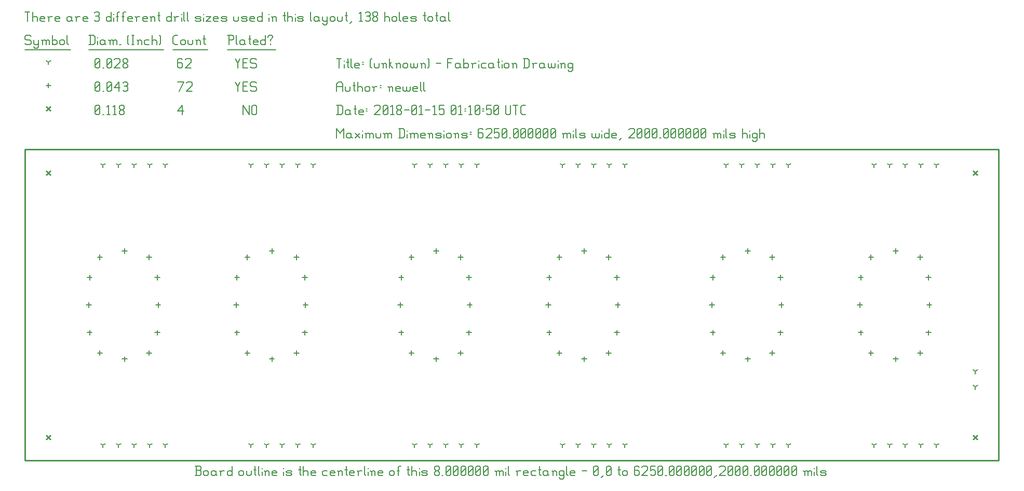
<source format=gbr>
G04 start of page 18 for group -1 layer_idx 16777221 *
G04 Title: (unknown), <virtual group> *
G04 Creator: pcb-rnd 1.2.7 *
G04 CreationDate: 2018-01-15 01:10:50 UTC *
G04 For: newell *
G04 Format: Gerber/RS-274X *
G04 PCB-Dimensions: 625000 200000 *
G04 PCB-Coordinate-Origin: lower left *
%MOIN*%
%FSLAX25Y25*%
%LNFAB*%
%ADD79C,0.0100*%
%ADD78C,0.0075*%
%ADD77C,0.0060*%
%ADD76C,0.0001*%
G54D76*G36*
X608800Y16766D02*X611766Y13800D01*
X611200Y13234D01*
X608234Y16200D01*
X608800Y16766D01*
G37*
G36*
X608234Y13800D02*X611200Y16766D01*
X611766Y16200D01*
X608800Y13234D01*
X608234Y13800D01*
G37*
G36*
X608800Y186766D02*X611766Y183800D01*
X611200Y183234D01*
X608234Y186200D01*
X608800Y186766D01*
G37*
G36*
X608234Y183800D02*X611200Y186766D01*
X611766Y186200D01*
X608800Y183234D01*
X608234Y183800D01*
G37*
G36*
X13800Y186766D02*X16766Y183800D01*
X16200Y183234D01*
X13234Y186200D01*
X13800Y186766D01*
G37*
G36*
X13234Y183800D02*X16200Y186766D01*
X16766Y186200D01*
X13800Y183234D01*
X13234Y183800D01*
G37*
G36*
X13800Y16766D02*X16766Y13800D01*
X16200Y13234D01*
X13234Y16200D01*
X13800Y16766D01*
G37*
G36*
X13234Y13800D02*X16200Y16766D01*
X16766Y16200D01*
X13800Y13234D01*
X13234Y13800D01*
G37*
G36*
X13800Y228016D02*X16766Y225050D01*
X16200Y224484D01*
X13234Y227450D01*
X13800Y228016D01*
G37*
G36*
X13234Y225050D02*X16200Y228016D01*
X16766Y227450D01*
X13800Y224484D01*
X13234Y225050D01*
G37*
G54D77*X140000Y228500D02*Y222500D01*
Y228500D02*X143750Y222500D01*
Y228500D02*Y222500D01*
X145550Y227750D02*Y223250D01*
Y227750D02*X146300Y228500D01*
X147800D01*
X148550Y227750D01*
Y223250D01*
X147800Y222500D02*X148550Y223250D01*
X146300Y222500D02*X147800D01*
X145550Y223250D02*X146300Y222500D01*
X98000Y224750D02*X101000Y228500D01*
X98000Y224750D02*X101750D01*
X101000Y228500D02*Y222500D01*
X45000Y223250D02*X45750Y222500D01*
X45000Y227750D02*Y223250D01*
Y227750D02*X45750Y228500D01*
X47250D01*
X48000Y227750D01*
Y223250D01*
X47250Y222500D02*X48000Y223250D01*
X45750Y222500D02*X47250D01*
X45000Y224000D02*X48000Y227000D01*
X49800Y222500D02*X50550D01*
X52350Y227300D02*X53550Y228500D01*
Y222500D01*
X52350D02*X54600D01*
X56400Y227300D02*X57600Y228500D01*
Y222500D01*
X56400D02*X58650D01*
X60450Y223250D02*X61200Y222500D01*
X60450Y224450D02*Y223250D01*
Y224450D02*X61500Y225500D01*
X62400D01*
X63450Y224450D01*
Y223250D01*
X62700Y222500D02*X63450Y223250D01*
X61200Y222500D02*X62700D01*
X60450Y226550D02*X61500Y225500D01*
X60450Y227750D02*Y226550D01*
Y227750D02*X61200Y228500D01*
X62700D01*
X63450Y227750D01*
Y226550D01*
X62400Y225500D02*X63450Y226550D01*
X579870Y83890D02*Y80690D01*
X578270Y82290D02*X581470D01*
X543010Y70830D02*Y67630D01*
X541410Y69230D02*X544610D01*
X536380Y83890D02*Y80690D01*
X534780Y82290D02*X537980D01*
X535880Y101600D02*Y98400D01*
X534280Y100000D02*X537480D01*
X536380Y119310D02*Y116110D01*
X534780Y117710D02*X537980D01*
X543010Y132370D02*Y129170D01*
X541410Y130770D02*X544610D01*
X558750Y136310D02*Y133110D01*
X557150Y134710D02*X560350D01*
X574490Y132370D02*Y129170D01*
X572890Y130770D02*X576090D01*
X579870Y119310D02*Y116110D01*
X578270Y117710D02*X581470D01*
X580370Y101600D02*Y98400D01*
X578770Y100000D02*X581970D01*
X574490Y70830D02*Y67630D01*
X572890Y69230D02*X576090D01*
X558750Y66890D02*Y63690D01*
X557150Y65290D02*X560350D01*
X484870Y83890D02*Y80690D01*
X483270Y82290D02*X486470D01*
X448010Y70830D02*Y67630D01*
X446410Y69230D02*X449610D01*
X441380Y83890D02*Y80690D01*
X439780Y82290D02*X442980D01*
X440880Y101600D02*Y98400D01*
X439280Y100000D02*X442480D01*
X441380Y119310D02*Y116110D01*
X439780Y117710D02*X442980D01*
X448010Y132370D02*Y129170D01*
X446410Y130770D02*X449610D01*
X463750Y136310D02*Y133110D01*
X462150Y134710D02*X465350D01*
X479490Y132370D02*Y129170D01*
X477890Y130770D02*X481090D01*
X484870Y119310D02*Y116110D01*
X483270Y117710D02*X486470D01*
X485370Y101600D02*Y98400D01*
X483770Y100000D02*X486970D01*
X479490Y70830D02*Y67630D01*
X477890Y69230D02*X481090D01*
X463750Y66890D02*Y63690D01*
X462150Y65290D02*X465350D01*
X379870Y83890D02*Y80690D01*
X378270Y82290D02*X381470D01*
X343010Y70830D02*Y67630D01*
X341410Y69230D02*X344610D01*
X336380Y83890D02*Y80690D01*
X334780Y82290D02*X337980D01*
X335880Y101600D02*Y98400D01*
X334280Y100000D02*X337480D01*
X336380Y119310D02*Y116110D01*
X334780Y117710D02*X337980D01*
X343010Y132370D02*Y129170D01*
X341410Y130770D02*X344610D01*
X358750Y136310D02*Y133110D01*
X357150Y134710D02*X360350D01*
X374490Y132370D02*Y129170D01*
X372890Y130770D02*X376090D01*
X379870Y119310D02*Y116110D01*
X378270Y117710D02*X381470D01*
X380370Y101600D02*Y98400D01*
X378770Y100000D02*X381970D01*
X374490Y70830D02*Y67630D01*
X372890Y69230D02*X376090D01*
X358750Y66890D02*Y63690D01*
X357150Y65290D02*X360350D01*
X284870Y83890D02*Y80690D01*
X283270Y82290D02*X286470D01*
X248010Y70830D02*Y67630D01*
X246410Y69230D02*X249610D01*
X241380Y83890D02*Y80690D01*
X239780Y82290D02*X242980D01*
X240880Y101600D02*Y98400D01*
X239280Y100000D02*X242480D01*
X241380Y119310D02*Y116110D01*
X239780Y117710D02*X242980D01*
X248010Y132370D02*Y129170D01*
X246410Y130770D02*X249610D01*
X263750Y136310D02*Y133110D01*
X262150Y134710D02*X265350D01*
X279490Y132370D02*Y129170D01*
X277890Y130770D02*X281090D01*
X284870Y119310D02*Y116110D01*
X283270Y117710D02*X286470D01*
X285370Y101600D02*Y98400D01*
X283770Y100000D02*X286970D01*
X279490Y70830D02*Y67630D01*
X277890Y69230D02*X281090D01*
X263750Y66890D02*Y63690D01*
X262150Y65290D02*X265350D01*
X179500Y83890D02*Y80690D01*
X177900Y82290D02*X181100D01*
X142640Y70830D02*Y67630D01*
X141040Y69230D02*X144240D01*
X136010Y83890D02*Y80690D01*
X134410Y82290D02*X137610D01*
X135510Y101600D02*Y98400D01*
X133910Y100000D02*X137110D01*
X136010Y119310D02*Y116110D01*
X134410Y117710D02*X137610D01*
X142640Y132370D02*Y129170D01*
X141040Y130770D02*X144240D01*
X158380Y136310D02*Y133110D01*
X156780Y134710D02*X159980D01*
X174120Y132370D02*Y129170D01*
X172520Y130770D02*X175720D01*
X179500Y119310D02*Y116110D01*
X177900Y117710D02*X181100D01*
X180000Y101600D02*Y98400D01*
X178400Y100000D02*X181600D01*
X174120Y70830D02*Y67630D01*
X172520Y69230D02*X175720D01*
X158380Y66890D02*Y63690D01*
X156780Y65290D02*X159980D01*
X84870Y83890D02*Y80690D01*
X83270Y82290D02*X86470D01*
X48010Y70830D02*Y67630D01*
X46410Y69230D02*X49610D01*
X41380Y83890D02*Y80690D01*
X39780Y82290D02*X42980D01*
X40880Y101600D02*Y98400D01*
X39280Y100000D02*X42480D01*
X41380Y119310D02*Y116110D01*
X39780Y117710D02*X42980D01*
X48010Y132370D02*Y129170D01*
X46410Y130770D02*X49610D01*
X63750Y136310D02*Y133110D01*
X62150Y134710D02*X65350D01*
X79490Y132370D02*Y129170D01*
X77890Y130770D02*X81090D01*
X84870Y119310D02*Y116110D01*
X83270Y117710D02*X86470D01*
X85370Y101600D02*Y98400D01*
X83770Y100000D02*X86970D01*
X79490Y70830D02*Y67630D01*
X77890Y69230D02*X81090D01*
X63750Y66890D02*Y63690D01*
X62150Y65290D02*X65350D01*
X15000Y242850D02*Y239650D01*
X13400Y241250D02*X16600D01*
X135000Y243500D02*X136500Y240500D01*
X138000Y243500D01*
X136500Y240500D02*Y237500D01*
X139800Y240800D02*X142050D01*
X139800Y237500D02*X142800D01*
X139800Y243500D02*Y237500D01*
Y243500D02*X142800D01*
X147600D02*X148350Y242750D01*
X145350Y243500D02*X147600D01*
X144600Y242750D02*X145350Y243500D01*
X144600Y242750D02*Y241250D01*
X145350Y240500D01*
X147600D01*
X148350Y239750D01*
Y238250D01*
X147600Y237500D02*X148350Y238250D01*
X145350Y237500D02*X147600D01*
X144600Y238250D02*X145350Y237500D01*
X98750D02*X101750Y243500D01*
X98000D02*X101750D01*
X103550Y242750D02*X104300Y243500D01*
X106550D01*
X107300Y242750D01*
Y241250D01*
X103550Y237500D02*X107300Y241250D01*
X103550Y237500D02*X107300D01*
X45000Y238250D02*X45750Y237500D01*
X45000Y242750D02*Y238250D01*
Y242750D02*X45750Y243500D01*
X47250D01*
X48000Y242750D01*
Y238250D01*
X47250Y237500D02*X48000Y238250D01*
X45750Y237500D02*X47250D01*
X45000Y239000D02*X48000Y242000D01*
X49800Y237500D02*X50550D01*
X52350Y238250D02*X53100Y237500D01*
X52350Y242750D02*Y238250D01*
Y242750D02*X53100Y243500D01*
X54600D01*
X55350Y242750D01*
Y238250D01*
X54600Y237500D02*X55350Y238250D01*
X53100Y237500D02*X54600D01*
X52350Y239000D02*X55350Y242000D01*
X57150Y239750D02*X60150Y243500D01*
X57150Y239750D02*X60900D01*
X60150Y243500D02*Y237500D01*
X62700Y242750D02*X63450Y243500D01*
X64950D01*
X65700Y242750D01*
X64950Y237500D02*X65700Y238250D01*
X63450Y237500D02*X64950D01*
X62700Y238250D02*X63450Y237500D01*
Y240800D02*X64950D01*
X65700Y242750D02*Y241550D01*
Y240050D02*Y238250D01*
Y240050D02*X64950Y240800D01*
X65700Y241550D02*X64950Y240800D01*
X545000Y10000D02*Y8400D01*
Y10000D02*X546387Y10800D01*
X545000Y10000D02*X543613Y10800D01*
X555000Y10000D02*Y8400D01*
Y10000D02*X556387Y10800D01*
X555000Y10000D02*X553613Y10800D01*
X565000Y10000D02*Y8400D01*
Y10000D02*X566387Y10800D01*
X565000Y10000D02*X563613Y10800D01*
X575000Y10000D02*Y8400D01*
Y10000D02*X576387Y10800D01*
X575000Y10000D02*X573613Y10800D01*
X585000Y10000D02*Y8400D01*
Y10000D02*X586387Y10800D01*
X585000Y10000D02*X583613Y10800D01*
X545000Y190000D02*Y188400D01*
Y190000D02*X546387Y190800D01*
X545000Y190000D02*X543613Y190800D01*
X555000Y190000D02*Y188400D01*
Y190000D02*X556387Y190800D01*
X555000Y190000D02*X553613Y190800D01*
X565000Y190000D02*Y188400D01*
Y190000D02*X566387Y190800D01*
X565000Y190000D02*X563613Y190800D01*
X575000Y190000D02*Y188400D01*
Y190000D02*X576387Y190800D01*
X575000Y190000D02*X573613Y190800D01*
X585000Y190000D02*Y188400D01*
Y190000D02*X586387Y190800D01*
X585000Y190000D02*X583613Y190800D01*
X450000Y10000D02*Y8400D01*
Y10000D02*X451387Y10800D01*
X450000Y10000D02*X448613Y10800D01*
X460000Y10000D02*Y8400D01*
Y10000D02*X461387Y10800D01*
X460000Y10000D02*X458613Y10800D01*
X470000Y10000D02*Y8400D01*
Y10000D02*X471387Y10800D01*
X470000Y10000D02*X468613Y10800D01*
X480000Y10000D02*Y8400D01*
Y10000D02*X481387Y10800D01*
X480000Y10000D02*X478613Y10800D01*
X490000Y10000D02*Y8400D01*
Y10000D02*X491387Y10800D01*
X490000Y10000D02*X488613Y10800D01*
X450000Y190000D02*Y188400D01*
Y190000D02*X451387Y190800D01*
X450000Y190000D02*X448613Y190800D01*
X460000Y190000D02*Y188400D01*
Y190000D02*X461387Y190800D01*
X460000Y190000D02*X458613Y190800D01*
X470000Y190000D02*Y188400D01*
Y190000D02*X471387Y190800D01*
X470000Y190000D02*X468613Y190800D01*
X480000Y190000D02*Y188400D01*
Y190000D02*X481387Y190800D01*
X480000Y190000D02*X478613Y190800D01*
X490000Y190000D02*Y188400D01*
Y190000D02*X491387Y190800D01*
X490000Y190000D02*X488613Y190800D01*
X345000Y10000D02*Y8400D01*
Y10000D02*X346387Y10800D01*
X345000Y10000D02*X343613Y10800D01*
X355000Y10000D02*Y8400D01*
Y10000D02*X356387Y10800D01*
X355000Y10000D02*X353613Y10800D01*
X365000Y10000D02*Y8400D01*
Y10000D02*X366387Y10800D01*
X365000Y10000D02*X363613Y10800D01*
X375000Y10000D02*Y8400D01*
Y10000D02*X376387Y10800D01*
X375000Y10000D02*X373613Y10800D01*
X385000Y10000D02*Y8400D01*
Y10000D02*X386387Y10800D01*
X385000Y10000D02*X383613Y10800D01*
X345000Y190000D02*Y188400D01*
Y190000D02*X346387Y190800D01*
X345000Y190000D02*X343613Y190800D01*
X355000Y190000D02*Y188400D01*
Y190000D02*X356387Y190800D01*
X355000Y190000D02*X353613Y190800D01*
X365000Y190000D02*Y188400D01*
Y190000D02*X366387Y190800D01*
X365000Y190000D02*X363613Y190800D01*
X375000Y190000D02*Y188400D01*
Y190000D02*X376387Y190800D01*
X375000Y190000D02*X373613Y190800D01*
X385000Y190000D02*Y188400D01*
Y190000D02*X386387Y190800D01*
X385000Y190000D02*X383613Y190800D01*
X250000Y10000D02*Y8400D01*
Y10000D02*X251387Y10800D01*
X250000Y10000D02*X248613Y10800D01*
X260000Y10000D02*Y8400D01*
Y10000D02*X261387Y10800D01*
X260000Y10000D02*X258613Y10800D01*
X270000Y10000D02*Y8400D01*
Y10000D02*X271387Y10800D01*
X270000Y10000D02*X268613Y10800D01*
X280000Y10000D02*Y8400D01*
Y10000D02*X281387Y10800D01*
X280000Y10000D02*X278613Y10800D01*
X290000Y10000D02*Y8400D01*
Y10000D02*X291387Y10800D01*
X290000Y10000D02*X288613Y10800D01*
X250000Y190000D02*Y188400D01*
Y190000D02*X251387Y190800D01*
X250000Y190000D02*X248613Y190800D01*
X260000Y190000D02*Y188400D01*
Y190000D02*X261387Y190800D01*
X260000Y190000D02*X258613Y190800D01*
X270000Y190000D02*Y188400D01*
Y190000D02*X271387Y190800D01*
X270000Y190000D02*X268613Y190800D01*
X280000Y190000D02*Y188400D01*
Y190000D02*X281387Y190800D01*
X280000Y190000D02*X278613Y190800D01*
X290000Y190000D02*Y188400D01*
Y190000D02*X291387Y190800D01*
X290000Y190000D02*X288613Y190800D01*
X145000Y10000D02*Y8400D01*
Y10000D02*X146387Y10800D01*
X145000Y10000D02*X143613Y10800D01*
X155000Y10000D02*Y8400D01*
Y10000D02*X156387Y10800D01*
X155000Y10000D02*X153613Y10800D01*
X165000Y10000D02*Y8400D01*
Y10000D02*X166387Y10800D01*
X165000Y10000D02*X163613Y10800D01*
X175000Y10000D02*Y8400D01*
Y10000D02*X176387Y10800D01*
X175000Y10000D02*X173613Y10800D01*
X185000Y10000D02*Y8400D01*
Y10000D02*X186387Y10800D01*
X185000Y10000D02*X183613Y10800D01*
X145000Y190000D02*Y188400D01*
Y190000D02*X146387Y190800D01*
X145000Y190000D02*X143613Y190800D01*
X155000Y190000D02*Y188400D01*
Y190000D02*X156387Y190800D01*
X155000Y190000D02*X153613Y190800D01*
X165000Y190000D02*Y188400D01*
Y190000D02*X166387Y190800D01*
X165000Y190000D02*X163613Y190800D01*
X175000Y190000D02*Y188400D01*
Y190000D02*X176387Y190800D01*
X175000Y190000D02*X173613Y190800D01*
X185000Y190000D02*Y188400D01*
Y190000D02*X186387Y190800D01*
X185000Y190000D02*X183613Y190800D01*
X610000Y47500D02*Y45900D01*
Y47500D02*X611387Y48300D01*
X610000Y47500D02*X608613Y48300D01*
X610000Y57500D02*Y55900D01*
Y57500D02*X611387Y58300D01*
X610000Y57500D02*X608613Y58300D01*
X50000Y10000D02*Y8400D01*
Y10000D02*X51387Y10800D01*
X50000Y10000D02*X48613Y10800D01*
X60000Y10000D02*Y8400D01*
Y10000D02*X61387Y10800D01*
X60000Y10000D02*X58613Y10800D01*
X70000Y10000D02*Y8400D01*
Y10000D02*X71387Y10800D01*
X70000Y10000D02*X68613Y10800D01*
X80000Y10000D02*Y8400D01*
Y10000D02*X81387Y10800D01*
X80000Y10000D02*X78613Y10800D01*
X90000Y10000D02*Y8400D01*
Y10000D02*X91387Y10800D01*
X90000Y10000D02*X88613Y10800D01*
X50000Y190000D02*Y188400D01*
Y190000D02*X51387Y190800D01*
X50000Y190000D02*X48613Y190800D01*
X60000Y190000D02*Y188400D01*
Y190000D02*X61387Y190800D01*
X60000Y190000D02*X58613Y190800D01*
X70000Y190000D02*Y188400D01*
Y190000D02*X71387Y190800D01*
X70000Y190000D02*X68613Y190800D01*
X80000Y190000D02*Y188400D01*
Y190000D02*X81387Y190800D01*
X80000Y190000D02*X78613Y190800D01*
X90000Y190000D02*Y188400D01*
Y190000D02*X91387Y190800D01*
X90000Y190000D02*X88613Y190800D01*
X15000Y256250D02*Y254650D01*
Y256250D02*X16387Y257050D01*
X15000Y256250D02*X13613Y257050D01*
X135000Y258500D02*X136500Y255500D01*
X138000Y258500D01*
X136500Y255500D02*Y252500D01*
X139800Y255800D02*X142050D01*
X139800Y252500D02*X142800D01*
X139800Y258500D02*Y252500D01*
Y258500D02*X142800D01*
X147600D02*X148350Y257750D01*
X145350Y258500D02*X147600D01*
X144600Y257750D02*X145350Y258500D01*
X144600Y257750D02*Y256250D01*
X145350Y255500D01*
X147600D01*
X148350Y254750D01*
Y253250D01*
X147600Y252500D02*X148350Y253250D01*
X145350Y252500D02*X147600D01*
X144600Y253250D02*X145350Y252500D01*
X100250Y258500D02*X101000Y257750D01*
X98750Y258500D02*X100250D01*
X98000Y257750D02*X98750Y258500D01*
X98000Y257750D02*Y253250D01*
X98750Y252500D01*
X100250Y255800D02*X101000Y255050D01*
X98000Y255800D02*X100250D01*
X98750Y252500D02*X100250D01*
X101000Y253250D01*
Y255050D02*Y253250D01*
X102800Y257750D02*X103550Y258500D01*
X105800D01*
X106550Y257750D01*
Y256250D01*
X102800Y252500D02*X106550Y256250D01*
X102800Y252500D02*X106550D01*
X45000Y253250D02*X45750Y252500D01*
X45000Y257750D02*Y253250D01*
Y257750D02*X45750Y258500D01*
X47250D01*
X48000Y257750D01*
Y253250D01*
X47250Y252500D02*X48000Y253250D01*
X45750Y252500D02*X47250D01*
X45000Y254000D02*X48000Y257000D01*
X49800Y252500D02*X50550D01*
X52350Y253250D02*X53100Y252500D01*
X52350Y257750D02*Y253250D01*
Y257750D02*X53100Y258500D01*
X54600D01*
X55350Y257750D01*
Y253250D01*
X54600Y252500D02*X55350Y253250D01*
X53100Y252500D02*X54600D01*
X52350Y254000D02*X55350Y257000D01*
X57150Y257750D02*X57900Y258500D01*
X60150D01*
X60900Y257750D01*
Y256250D01*
X57150Y252500D02*X60900Y256250D01*
X57150Y252500D02*X60900D01*
X62700Y253250D02*X63450Y252500D01*
X62700Y254450D02*Y253250D01*
Y254450D02*X63750Y255500D01*
X64650D01*
X65700Y254450D01*
Y253250D01*
X64950Y252500D02*X65700Y253250D01*
X63450Y252500D02*X64950D01*
X62700Y256550D02*X63750Y255500D01*
X62700Y257750D02*Y256550D01*
Y257750D02*X63450Y258500D01*
X64950D01*
X65700Y257750D01*
Y256550D01*
X64650Y255500D02*X65700Y256550D01*
X3000Y273500D02*X3750Y272750D01*
X750Y273500D02*X3000D01*
X0Y272750D02*X750Y273500D01*
X0Y272750D02*Y271250D01*
X750Y270500D01*
X3000D01*
X3750Y269750D01*
Y268250D01*
X3000Y267500D02*X3750Y268250D01*
X750Y267500D02*X3000D01*
X0Y268250D02*X750Y267500D01*
X5550Y270500D02*Y268250D01*
X6300Y267500D01*
X8550Y270500D02*Y266000D01*
X7800Y265250D02*X8550Y266000D01*
X6300Y265250D02*X7800D01*
X5550Y266000D02*X6300Y265250D01*
Y267500D02*X7800D01*
X8550Y268250D01*
X11100Y269750D02*Y267500D01*
Y269750D02*X11850Y270500D01*
X12600D01*
X13350Y269750D01*
Y267500D01*
Y269750D02*X14100Y270500D01*
X14850D01*
X15600Y269750D01*
Y267500D01*
X10350Y270500D02*X11100Y269750D01*
X17400Y273500D02*Y267500D01*
Y268250D02*X18150Y267500D01*
X19650D01*
X20400Y268250D01*
Y269750D02*Y268250D01*
X19650Y270500D02*X20400Y269750D01*
X18150Y270500D02*X19650D01*
X17400Y269750D02*X18150Y270500D01*
X22200Y269750D02*Y268250D01*
Y269750D02*X22950Y270500D01*
X24450D01*
X25200Y269750D01*
Y268250D01*
X24450Y267500D02*X25200Y268250D01*
X22950Y267500D02*X24450D01*
X22200Y268250D02*X22950Y267500D01*
X27000Y273500D02*Y268250D01*
X27750Y267500D01*
X0Y264250D02*X29250D01*
X41750Y273500D02*Y267500D01*
X43700Y273500D02*X44750Y272450D01*
Y268550D01*
X43700Y267500D02*X44750Y268550D01*
X41000Y267500D02*X43700D01*
X41000Y273500D02*X43700D01*
G54D78*X46550Y272000D02*Y271850D01*
G54D77*Y269750D02*Y267500D01*
X50300Y270500D02*X51050Y269750D01*
X48800Y270500D02*X50300D01*
X48050Y269750D02*X48800Y270500D01*
X48050Y269750D02*Y268250D01*
X48800Y267500D01*
X51050Y270500D02*Y268250D01*
X51800Y267500D01*
X48800D02*X50300D01*
X51050Y268250D01*
X54350Y269750D02*Y267500D01*
Y269750D02*X55100Y270500D01*
X55850D01*
X56600Y269750D01*
Y267500D01*
Y269750D02*X57350Y270500D01*
X58100D01*
X58850Y269750D01*
Y267500D01*
X53600Y270500D02*X54350Y269750D01*
X60650Y267500D02*X61400D01*
X65900Y268250D02*X66650Y267500D01*
X65900Y272750D02*X66650Y273500D01*
X65900Y272750D02*Y268250D01*
X68450Y273500D02*X69950D01*
X69200D02*Y267500D01*
X68450D02*X69950D01*
X72500Y269750D02*Y267500D01*
Y269750D02*X73250Y270500D01*
X74000D01*
X74750Y269750D01*
Y267500D01*
X71750Y270500D02*X72500Y269750D01*
X77300Y270500D02*X79550D01*
X76550Y269750D02*X77300Y270500D01*
X76550Y269750D02*Y268250D01*
X77300Y267500D01*
X79550D01*
X81350Y273500D02*Y267500D01*
Y269750D02*X82100Y270500D01*
X83600D01*
X84350Y269750D01*
Y267500D01*
X86150Y273500D02*X86900Y272750D01*
Y268250D01*
X86150Y267500D02*X86900Y268250D01*
X41000Y264250D02*X88700D01*
X96050Y267500D02*X98000D01*
X95000Y268550D02*X96050Y267500D01*
X95000Y272450D02*Y268550D01*
Y272450D02*X96050Y273500D01*
X98000D01*
X99800Y269750D02*Y268250D01*
Y269750D02*X100550Y270500D01*
X102050D01*
X102800Y269750D01*
Y268250D01*
X102050Y267500D02*X102800Y268250D01*
X100550Y267500D02*X102050D01*
X99800Y268250D02*X100550Y267500D01*
X104600Y270500D02*Y268250D01*
X105350Y267500D01*
X106850D01*
X107600Y268250D01*
Y270500D02*Y268250D01*
X110150Y269750D02*Y267500D01*
Y269750D02*X110900Y270500D01*
X111650D01*
X112400Y269750D01*
Y267500D01*
X109400Y270500D02*X110150Y269750D01*
X114950Y273500D02*Y268250D01*
X115700Y267500D01*
X114200Y271250D02*X115700D01*
X95000Y264250D02*X117200D01*
X130750Y273500D02*Y267500D01*
X130000Y273500D02*X133000D01*
X133750Y272750D01*
Y271250D01*
X133000Y270500D02*X133750Y271250D01*
X130750Y270500D02*X133000D01*
X135550Y273500D02*Y268250D01*
X136300Y267500D01*
X140050Y270500D02*X140800Y269750D01*
X138550Y270500D02*X140050D01*
X137800Y269750D02*X138550Y270500D01*
X137800Y269750D02*Y268250D01*
X138550Y267500D01*
X140800Y270500D02*Y268250D01*
X141550Y267500D01*
X138550D02*X140050D01*
X140800Y268250D01*
X144100Y273500D02*Y268250D01*
X144850Y267500D01*
X143350Y271250D02*X144850D01*
X147100Y267500D02*X149350D01*
X146350Y268250D02*X147100Y267500D01*
X146350Y269750D02*Y268250D01*
Y269750D02*X147100Y270500D01*
X148600D01*
X149350Y269750D01*
X146350Y269000D02*X149350D01*
Y269750D02*Y269000D01*
X154150Y273500D02*Y267500D01*
X153400D02*X154150Y268250D01*
X151900Y267500D02*X153400D01*
X151150Y268250D02*X151900Y267500D01*
X151150Y269750D02*Y268250D01*
Y269750D02*X151900Y270500D01*
X153400D01*
X154150Y269750D01*
X157450Y270500D02*Y269750D01*
Y268250D02*Y267500D01*
X155950Y272750D02*Y272000D01*
Y272750D02*X156700Y273500D01*
X158200D01*
X158950Y272750D01*
Y272000D01*
X157450Y270500D02*X158950Y272000D01*
X130000Y264250D02*X160750D01*
X0Y288500D02*X3000D01*
X1500D02*Y282500D01*
X4800Y288500D02*Y282500D01*
Y284750D02*X5550Y285500D01*
X7050D01*
X7800Y284750D01*
Y282500D01*
X10350D02*X12600D01*
X9600Y283250D02*X10350Y282500D01*
X9600Y284750D02*Y283250D01*
Y284750D02*X10350Y285500D01*
X11850D01*
X12600Y284750D01*
X9600Y284000D02*X12600D01*
Y284750D02*Y284000D01*
X15150Y284750D02*Y282500D01*
Y284750D02*X15900Y285500D01*
X17400D01*
X14400D02*X15150Y284750D01*
X19950Y282500D02*X22200D01*
X19200Y283250D02*X19950Y282500D01*
X19200Y284750D02*Y283250D01*
Y284750D02*X19950Y285500D01*
X21450D01*
X22200Y284750D01*
X19200Y284000D02*X22200D01*
Y284750D02*Y284000D01*
X28950Y285500D02*X29700Y284750D01*
X27450Y285500D02*X28950D01*
X26700Y284750D02*X27450Y285500D01*
X26700Y284750D02*Y283250D01*
X27450Y282500D01*
X29700Y285500D02*Y283250D01*
X30450Y282500D01*
X27450D02*X28950D01*
X29700Y283250D01*
X33000Y284750D02*Y282500D01*
Y284750D02*X33750Y285500D01*
X35250D01*
X32250D02*X33000Y284750D01*
X37800Y282500D02*X40050D01*
X37050Y283250D02*X37800Y282500D01*
X37050Y284750D02*Y283250D01*
Y284750D02*X37800Y285500D01*
X39300D01*
X40050Y284750D01*
X37050Y284000D02*X40050D01*
Y284750D02*Y284000D01*
X44550Y287750D02*X45300Y288500D01*
X46800D01*
X47550Y287750D01*
X46800Y282500D02*X47550Y283250D01*
X45300Y282500D02*X46800D01*
X44550Y283250D02*X45300Y282500D01*
Y285800D02*X46800D01*
X47550Y287750D02*Y286550D01*
Y285050D02*Y283250D01*
Y285050D02*X46800Y285800D01*
X47550Y286550D02*X46800Y285800D01*
X55050Y288500D02*Y282500D01*
X54300D02*X55050Y283250D01*
X52800Y282500D02*X54300D01*
X52050Y283250D02*X52800Y282500D01*
X52050Y284750D02*Y283250D01*
Y284750D02*X52800Y285500D01*
X54300D01*
X55050Y284750D01*
G54D78*X56850Y287000D02*Y286850D01*
G54D77*Y284750D02*Y282500D01*
X59100Y287750D02*Y282500D01*
Y287750D02*X59850Y288500D01*
X60600D01*
X58350Y285500D02*X59850D01*
X62850Y287750D02*Y282500D01*
Y287750D02*X63600Y288500D01*
X64350D01*
X62100Y285500D02*X63600D01*
X66600Y282500D02*X68850D01*
X65850Y283250D02*X66600Y282500D01*
X65850Y284750D02*Y283250D01*
Y284750D02*X66600Y285500D01*
X68100D01*
X68850Y284750D01*
X65850Y284000D02*X68850D01*
Y284750D02*Y284000D01*
X71400Y284750D02*Y282500D01*
Y284750D02*X72150Y285500D01*
X73650D01*
X70650D02*X71400Y284750D01*
X76200Y282500D02*X78450D01*
X75450Y283250D02*X76200Y282500D01*
X75450Y284750D02*Y283250D01*
Y284750D02*X76200Y285500D01*
X77700D01*
X78450Y284750D01*
X75450Y284000D02*X78450D01*
Y284750D02*Y284000D01*
X81000Y284750D02*Y282500D01*
Y284750D02*X81750Y285500D01*
X82500D01*
X83250Y284750D01*
Y282500D01*
X80250Y285500D02*X81000Y284750D01*
X85800Y288500D02*Y283250D01*
X86550Y282500D01*
X85050Y286250D02*X86550D01*
X93750Y288500D02*Y282500D01*
X93000D02*X93750Y283250D01*
X91500Y282500D02*X93000D01*
X90750Y283250D02*X91500Y282500D01*
X90750Y284750D02*Y283250D01*
Y284750D02*X91500Y285500D01*
X93000D01*
X93750Y284750D01*
X96300D02*Y282500D01*
Y284750D02*X97050Y285500D01*
X98550D01*
X95550D02*X96300Y284750D01*
G54D78*X100350Y287000D02*Y286850D01*
G54D77*Y284750D02*Y282500D01*
X101850Y288500D02*Y283250D01*
X102600Y282500D01*
X104100Y288500D02*Y283250D01*
X104850Y282500D01*
X109800D02*X112050D01*
X112800Y283250D01*
X112050Y284000D02*X112800Y283250D01*
X109800Y284000D02*X112050D01*
X109050Y284750D02*X109800Y284000D01*
X109050Y284750D02*X109800Y285500D01*
X112050D01*
X112800Y284750D01*
X109050Y283250D02*X109800Y282500D01*
G54D78*X114600Y287000D02*Y286850D01*
G54D77*Y284750D02*Y282500D01*
X116100Y285500D02*X119100D01*
X116100Y282500D02*X119100Y285500D01*
X116100Y282500D02*X119100D01*
X121650D02*X123900D01*
X120900Y283250D02*X121650Y282500D01*
X120900Y284750D02*Y283250D01*
Y284750D02*X121650Y285500D01*
X123150D01*
X123900Y284750D01*
X120900Y284000D02*X123900D01*
Y284750D02*Y284000D01*
X126450Y282500D02*X128700D01*
X129450Y283250D01*
X128700Y284000D02*X129450Y283250D01*
X126450Y284000D02*X128700D01*
X125700Y284750D02*X126450Y284000D01*
X125700Y284750D02*X126450Y285500D01*
X128700D01*
X129450Y284750D01*
X125700Y283250D02*X126450Y282500D01*
X133950Y285500D02*Y283250D01*
X134700Y282500D01*
X136200D01*
X136950Y283250D01*
Y285500D02*Y283250D01*
X139500Y282500D02*X141750D01*
X142500Y283250D01*
X141750Y284000D02*X142500Y283250D01*
X139500Y284000D02*X141750D01*
X138750Y284750D02*X139500Y284000D01*
X138750Y284750D02*X139500Y285500D01*
X141750D01*
X142500Y284750D01*
X138750Y283250D02*X139500Y282500D01*
X145050D02*X147300D01*
X144300Y283250D02*X145050Y282500D01*
X144300Y284750D02*Y283250D01*
Y284750D02*X145050Y285500D01*
X146550D01*
X147300Y284750D01*
X144300Y284000D02*X147300D01*
Y284750D02*Y284000D01*
X152100Y288500D02*Y282500D01*
X151350D02*X152100Y283250D01*
X149850Y282500D02*X151350D01*
X149100Y283250D02*X149850Y282500D01*
X149100Y284750D02*Y283250D01*
Y284750D02*X149850Y285500D01*
X151350D01*
X152100Y284750D01*
G54D78*X156600Y287000D02*Y286850D01*
G54D77*Y284750D02*Y282500D01*
X158850Y284750D02*Y282500D01*
Y284750D02*X159600Y285500D01*
X160350D01*
X161100Y284750D01*
Y282500D01*
X158100Y285500D02*X158850Y284750D01*
X166350Y288500D02*Y283250D01*
X167100Y282500D01*
X165600Y286250D02*X167100D01*
X168600Y288500D02*Y282500D01*
Y284750D02*X169350Y285500D01*
X170850D01*
X171600Y284750D01*
Y282500D01*
G54D78*X173400Y287000D02*Y286850D01*
G54D77*Y284750D02*Y282500D01*
X175650D02*X177900D01*
X178650Y283250D01*
X177900Y284000D02*X178650Y283250D01*
X175650Y284000D02*X177900D01*
X174900Y284750D02*X175650Y284000D01*
X174900Y284750D02*X175650Y285500D01*
X177900D01*
X178650Y284750D01*
X174900Y283250D02*X175650Y282500D01*
X183150Y288500D02*Y283250D01*
X183900Y282500D01*
X187650Y285500D02*X188400Y284750D01*
X186150Y285500D02*X187650D01*
X185400Y284750D02*X186150Y285500D01*
X185400Y284750D02*Y283250D01*
X186150Y282500D01*
X188400Y285500D02*Y283250D01*
X189150Y282500D01*
X186150D02*X187650D01*
X188400Y283250D01*
X190950Y285500D02*Y283250D01*
X191700Y282500D01*
X193950Y285500D02*Y281000D01*
X193200Y280250D02*X193950Y281000D01*
X191700Y280250D02*X193200D01*
X190950Y281000D02*X191700Y280250D01*
Y282500D02*X193200D01*
X193950Y283250D01*
X195750Y284750D02*Y283250D01*
Y284750D02*X196500Y285500D01*
X198000D01*
X198750Y284750D01*
Y283250D01*
X198000Y282500D02*X198750Y283250D01*
X196500Y282500D02*X198000D01*
X195750Y283250D02*X196500Y282500D01*
X200550Y285500D02*Y283250D01*
X201300Y282500D01*
X202800D01*
X203550Y283250D01*
Y285500D02*Y283250D01*
X206100Y288500D02*Y283250D01*
X206850Y282500D01*
X205350Y286250D02*X206850D01*
X208350Y281000D02*X209850Y282500D01*
X214350Y287300D02*X215550Y288500D01*
Y282500D01*
X214350D02*X216600D01*
X218400Y287750D02*X219150Y288500D01*
X220650D01*
X221400Y287750D01*
X220650Y282500D02*X221400Y283250D01*
X219150Y282500D02*X220650D01*
X218400Y283250D02*X219150Y282500D01*
Y285800D02*X220650D01*
X221400Y287750D02*Y286550D01*
Y285050D02*Y283250D01*
Y285050D02*X220650Y285800D01*
X221400Y286550D02*X220650Y285800D01*
X223200Y283250D02*X223950Y282500D01*
X223200Y284450D02*Y283250D01*
Y284450D02*X224250Y285500D01*
X225150D01*
X226200Y284450D01*
Y283250D01*
X225450Y282500D02*X226200Y283250D01*
X223950Y282500D02*X225450D01*
X223200Y286550D02*X224250Y285500D01*
X223200Y287750D02*Y286550D01*
Y287750D02*X223950Y288500D01*
X225450D01*
X226200Y287750D01*
Y286550D01*
X225150Y285500D02*X226200Y286550D01*
X230700Y288500D02*Y282500D01*
Y284750D02*X231450Y285500D01*
X232950D01*
X233700Y284750D01*
Y282500D01*
X235500Y284750D02*Y283250D01*
Y284750D02*X236250Y285500D01*
X237750D01*
X238500Y284750D01*
Y283250D01*
X237750Y282500D02*X238500Y283250D01*
X236250Y282500D02*X237750D01*
X235500Y283250D02*X236250Y282500D01*
X240300Y288500D02*Y283250D01*
X241050Y282500D01*
X243300D02*X245550D01*
X242550Y283250D02*X243300Y282500D01*
X242550Y284750D02*Y283250D01*
Y284750D02*X243300Y285500D01*
X244800D01*
X245550Y284750D01*
X242550Y284000D02*X245550D01*
Y284750D02*Y284000D01*
X248100Y282500D02*X250350D01*
X251100Y283250D01*
X250350Y284000D02*X251100Y283250D01*
X248100Y284000D02*X250350D01*
X247350Y284750D02*X248100Y284000D01*
X247350Y284750D02*X248100Y285500D01*
X250350D01*
X251100Y284750D01*
X247350Y283250D02*X248100Y282500D01*
X256350Y288500D02*Y283250D01*
X257100Y282500D01*
X255600Y286250D02*X257100D01*
X258600Y284750D02*Y283250D01*
Y284750D02*X259350Y285500D01*
X260850D01*
X261600Y284750D01*
Y283250D01*
X260850Y282500D02*X261600Y283250D01*
X259350Y282500D02*X260850D01*
X258600Y283250D02*X259350Y282500D01*
X264150Y288500D02*Y283250D01*
X264900Y282500D01*
X263400Y286250D02*X264900D01*
X268650Y285500D02*X269400Y284750D01*
X267150Y285500D02*X268650D01*
X266400Y284750D02*X267150Y285500D01*
X266400Y284750D02*Y283250D01*
X267150Y282500D01*
X269400Y285500D02*Y283250D01*
X270150Y282500D01*
X267150D02*X268650D01*
X269400Y283250D01*
X271950Y288500D02*Y283250D01*
X272700Y282500D01*
G54D79*X0Y200000D02*X625000D01*
X0D02*Y0D01*
X625000Y200000D02*Y0D01*
X0D02*X625000D01*
G54D77*X200000Y213500D02*Y207500D01*
Y213500D02*X202250Y210500D01*
X204500Y213500D01*
Y207500D01*
X208550Y210500D02*X209300Y209750D01*
X207050Y210500D02*X208550D01*
X206300Y209750D02*X207050Y210500D01*
X206300Y209750D02*Y208250D01*
X207050Y207500D01*
X209300Y210500D02*Y208250D01*
X210050Y207500D01*
X207050D02*X208550D01*
X209300Y208250D01*
X211850Y210500D02*X214850Y207500D01*
X211850D02*X214850Y210500D01*
G54D78*X216650Y212000D02*Y211850D01*
G54D77*Y209750D02*Y207500D01*
X218900Y209750D02*Y207500D01*
Y209750D02*X219650Y210500D01*
X220400D01*
X221150Y209750D01*
Y207500D01*
Y209750D02*X221900Y210500D01*
X222650D01*
X223400Y209750D01*
Y207500D01*
X218150Y210500D02*X218900Y209750D01*
X225200Y210500D02*Y208250D01*
X225950Y207500D01*
X227450D01*
X228200Y208250D01*
Y210500D02*Y208250D01*
X230750Y209750D02*Y207500D01*
Y209750D02*X231500Y210500D01*
X232250D01*
X233000Y209750D01*
Y207500D01*
Y209750D02*X233750Y210500D01*
X234500D01*
X235250Y209750D01*
Y207500D01*
X230000Y210500D02*X230750Y209750D01*
X240500Y213500D02*Y207500D01*
X242450Y213500D02*X243500Y212450D01*
Y208550D01*
X242450Y207500D02*X243500Y208550D01*
X239750Y207500D02*X242450D01*
X239750Y213500D02*X242450D01*
G54D78*X245300Y212000D02*Y211850D01*
G54D77*Y209750D02*Y207500D01*
X247550Y209750D02*Y207500D01*
Y209750D02*X248300Y210500D01*
X249050D01*
X249800Y209750D01*
Y207500D01*
Y209750D02*X250550Y210500D01*
X251300D01*
X252050Y209750D01*
Y207500D01*
X246800Y210500D02*X247550Y209750D01*
X254600Y207500D02*X256850D01*
X253850Y208250D02*X254600Y207500D01*
X253850Y209750D02*Y208250D01*
Y209750D02*X254600Y210500D01*
X256100D01*
X256850Y209750D01*
X253850Y209000D02*X256850D01*
Y209750D02*Y209000D01*
X259400Y209750D02*Y207500D01*
Y209750D02*X260150Y210500D01*
X260900D01*
X261650Y209750D01*
Y207500D01*
X258650Y210500D02*X259400Y209750D01*
X264200Y207500D02*X266450D01*
X267200Y208250D01*
X266450Y209000D02*X267200Y208250D01*
X264200Y209000D02*X266450D01*
X263450Y209750D02*X264200Y209000D01*
X263450Y209750D02*X264200Y210500D01*
X266450D01*
X267200Y209750D01*
X263450Y208250D02*X264200Y207500D01*
G54D78*X269000Y212000D02*Y211850D01*
G54D77*Y209750D02*Y207500D01*
X270500Y209750D02*Y208250D01*
Y209750D02*X271250Y210500D01*
X272750D01*
X273500Y209750D01*
Y208250D01*
X272750Y207500D02*X273500Y208250D01*
X271250Y207500D02*X272750D01*
X270500Y208250D02*X271250Y207500D01*
X276050Y209750D02*Y207500D01*
Y209750D02*X276800Y210500D01*
X277550D01*
X278300Y209750D01*
Y207500D01*
X275300Y210500D02*X276050Y209750D01*
X280850Y207500D02*X283100D01*
X283850Y208250D01*
X283100Y209000D02*X283850Y208250D01*
X280850Y209000D02*X283100D01*
X280100Y209750D02*X280850Y209000D01*
X280100Y209750D02*X280850Y210500D01*
X283100D01*
X283850Y209750D01*
X280100Y208250D02*X280850Y207500D01*
X285650Y211250D02*X286400D01*
X285650Y209750D02*X286400D01*
X293150Y213500D02*X293900Y212750D01*
X291650Y213500D02*X293150D01*
X290900Y212750D02*X291650Y213500D01*
X290900Y212750D02*Y208250D01*
X291650Y207500D01*
X293150Y210800D02*X293900Y210050D01*
X290900Y210800D02*X293150D01*
X291650Y207500D02*X293150D01*
X293900Y208250D01*
Y210050D02*Y208250D01*
X295700Y212750D02*X296450Y213500D01*
X298700D01*
X299450Y212750D01*
Y211250D01*
X295700Y207500D02*X299450Y211250D01*
X295700Y207500D02*X299450D01*
X301250Y213500D02*X304250D01*
X301250D02*Y210500D01*
X302000Y211250D01*
X303500D01*
X304250Y210500D01*
Y208250D01*
X303500Y207500D02*X304250Y208250D01*
X302000Y207500D02*X303500D01*
X301250Y208250D02*X302000Y207500D01*
X306050Y208250D02*X306800Y207500D01*
X306050Y212750D02*Y208250D01*
Y212750D02*X306800Y213500D01*
X308300D01*
X309050Y212750D01*
Y208250D01*
X308300Y207500D02*X309050Y208250D01*
X306800Y207500D02*X308300D01*
X306050Y209000D02*X309050Y212000D01*
X310850Y207500D02*X311600D01*
X313400Y208250D02*X314150Y207500D01*
X313400Y212750D02*Y208250D01*
Y212750D02*X314150Y213500D01*
X315650D01*
X316400Y212750D01*
Y208250D01*
X315650Y207500D02*X316400Y208250D01*
X314150Y207500D02*X315650D01*
X313400Y209000D02*X316400Y212000D01*
X318200Y208250D02*X318950Y207500D01*
X318200Y212750D02*Y208250D01*
Y212750D02*X318950Y213500D01*
X320450D01*
X321200Y212750D01*
Y208250D01*
X320450Y207500D02*X321200Y208250D01*
X318950Y207500D02*X320450D01*
X318200Y209000D02*X321200Y212000D01*
X323000Y208250D02*X323750Y207500D01*
X323000Y212750D02*Y208250D01*
Y212750D02*X323750Y213500D01*
X325250D01*
X326000Y212750D01*
Y208250D01*
X325250Y207500D02*X326000Y208250D01*
X323750Y207500D02*X325250D01*
X323000Y209000D02*X326000Y212000D01*
X327800Y208250D02*X328550Y207500D01*
X327800Y212750D02*Y208250D01*
Y212750D02*X328550Y213500D01*
X330050D01*
X330800Y212750D01*
Y208250D01*
X330050Y207500D02*X330800Y208250D01*
X328550Y207500D02*X330050D01*
X327800Y209000D02*X330800Y212000D01*
X332600Y208250D02*X333350Y207500D01*
X332600Y212750D02*Y208250D01*
Y212750D02*X333350Y213500D01*
X334850D01*
X335600Y212750D01*
Y208250D01*
X334850Y207500D02*X335600Y208250D01*
X333350Y207500D02*X334850D01*
X332600Y209000D02*X335600Y212000D01*
X337400Y208250D02*X338150Y207500D01*
X337400Y212750D02*Y208250D01*
Y212750D02*X338150Y213500D01*
X339650D01*
X340400Y212750D01*
Y208250D01*
X339650Y207500D02*X340400Y208250D01*
X338150Y207500D02*X339650D01*
X337400Y209000D02*X340400Y212000D01*
X345650Y209750D02*Y207500D01*
Y209750D02*X346400Y210500D01*
X347150D01*
X347900Y209750D01*
Y207500D01*
Y209750D02*X348650Y210500D01*
X349400D01*
X350150Y209750D01*
Y207500D01*
X344900Y210500D02*X345650Y209750D01*
G54D78*X351950Y212000D02*Y211850D01*
G54D77*Y209750D02*Y207500D01*
X353450Y213500D02*Y208250D01*
X354200Y207500D01*
X356450D02*X358700D01*
X359450Y208250D01*
X358700Y209000D02*X359450Y208250D01*
X356450Y209000D02*X358700D01*
X355700Y209750D02*X356450Y209000D01*
X355700Y209750D02*X356450Y210500D01*
X358700D01*
X359450Y209750D01*
X355700Y208250D02*X356450Y207500D01*
X363950Y210500D02*Y208250D01*
X364700Y207500D01*
X365450D01*
X366200Y208250D01*
Y210500D02*Y208250D01*
X366950Y207500D01*
X367700D01*
X368450Y208250D01*
Y210500D02*Y208250D01*
G54D78*X370250Y212000D02*Y211850D01*
G54D77*Y209750D02*Y207500D01*
X374750Y213500D02*Y207500D01*
X374000D02*X374750Y208250D01*
X372500Y207500D02*X374000D01*
X371750Y208250D02*X372500Y207500D01*
X371750Y209750D02*Y208250D01*
Y209750D02*X372500Y210500D01*
X374000D01*
X374750Y209750D01*
X377300Y207500D02*X379550D01*
X376550Y208250D02*X377300Y207500D01*
X376550Y209750D02*Y208250D01*
Y209750D02*X377300Y210500D01*
X378800D01*
X379550Y209750D01*
X376550Y209000D02*X379550D01*
Y209750D02*Y209000D01*
X381350Y206000D02*X382850Y207500D01*
X387350Y212750D02*X388100Y213500D01*
X390350D01*
X391100Y212750D01*
Y211250D01*
X387350Y207500D02*X391100Y211250D01*
X387350Y207500D02*X391100D01*
X392900Y208250D02*X393650Y207500D01*
X392900Y212750D02*Y208250D01*
Y212750D02*X393650Y213500D01*
X395150D01*
X395900Y212750D01*
Y208250D01*
X395150Y207500D02*X395900Y208250D01*
X393650Y207500D02*X395150D01*
X392900Y209000D02*X395900Y212000D01*
X397700Y208250D02*X398450Y207500D01*
X397700Y212750D02*Y208250D01*
Y212750D02*X398450Y213500D01*
X399950D01*
X400700Y212750D01*
Y208250D01*
X399950Y207500D02*X400700Y208250D01*
X398450Y207500D02*X399950D01*
X397700Y209000D02*X400700Y212000D01*
X402500Y208250D02*X403250Y207500D01*
X402500Y212750D02*Y208250D01*
Y212750D02*X403250Y213500D01*
X404750D01*
X405500Y212750D01*
Y208250D01*
X404750Y207500D02*X405500Y208250D01*
X403250Y207500D02*X404750D01*
X402500Y209000D02*X405500Y212000D01*
X407300Y207500D02*X408050D01*
X409850Y208250D02*X410600Y207500D01*
X409850Y212750D02*Y208250D01*
Y212750D02*X410600Y213500D01*
X412100D01*
X412850Y212750D01*
Y208250D01*
X412100Y207500D02*X412850Y208250D01*
X410600Y207500D02*X412100D01*
X409850Y209000D02*X412850Y212000D01*
X414650Y208250D02*X415400Y207500D01*
X414650Y212750D02*Y208250D01*
Y212750D02*X415400Y213500D01*
X416900D01*
X417650Y212750D01*
Y208250D01*
X416900Y207500D02*X417650Y208250D01*
X415400Y207500D02*X416900D01*
X414650Y209000D02*X417650Y212000D01*
X419450Y208250D02*X420200Y207500D01*
X419450Y212750D02*Y208250D01*
Y212750D02*X420200Y213500D01*
X421700D01*
X422450Y212750D01*
Y208250D01*
X421700Y207500D02*X422450Y208250D01*
X420200Y207500D02*X421700D01*
X419450Y209000D02*X422450Y212000D01*
X424250Y208250D02*X425000Y207500D01*
X424250Y212750D02*Y208250D01*
Y212750D02*X425000Y213500D01*
X426500D01*
X427250Y212750D01*
Y208250D01*
X426500Y207500D02*X427250Y208250D01*
X425000Y207500D02*X426500D01*
X424250Y209000D02*X427250Y212000D01*
X429050Y208250D02*X429800Y207500D01*
X429050Y212750D02*Y208250D01*
Y212750D02*X429800Y213500D01*
X431300D01*
X432050Y212750D01*
Y208250D01*
X431300Y207500D02*X432050Y208250D01*
X429800Y207500D02*X431300D01*
X429050Y209000D02*X432050Y212000D01*
X433850Y208250D02*X434600Y207500D01*
X433850Y212750D02*Y208250D01*
Y212750D02*X434600Y213500D01*
X436100D01*
X436850Y212750D01*
Y208250D01*
X436100Y207500D02*X436850Y208250D01*
X434600Y207500D02*X436100D01*
X433850Y209000D02*X436850Y212000D01*
X442100Y209750D02*Y207500D01*
Y209750D02*X442850Y210500D01*
X443600D01*
X444350Y209750D01*
Y207500D01*
Y209750D02*X445100Y210500D01*
X445850D01*
X446600Y209750D01*
Y207500D01*
X441350Y210500D02*X442100Y209750D01*
G54D78*X448400Y212000D02*Y211850D01*
G54D77*Y209750D02*Y207500D01*
X449900Y213500D02*Y208250D01*
X450650Y207500D01*
X452900D02*X455150D01*
X455900Y208250D01*
X455150Y209000D02*X455900Y208250D01*
X452900Y209000D02*X455150D01*
X452150Y209750D02*X452900Y209000D01*
X452150Y209750D02*X452900Y210500D01*
X455150D01*
X455900Y209750D01*
X452150Y208250D02*X452900Y207500D01*
X460400Y213500D02*Y207500D01*
Y209750D02*X461150Y210500D01*
X462650D01*
X463400Y209750D01*
Y207500D01*
G54D78*X465200Y212000D02*Y211850D01*
G54D77*Y209750D02*Y207500D01*
X468950Y210500D02*X469700Y209750D01*
X467450Y210500D02*X468950D01*
X466700Y209750D02*X467450Y210500D01*
X466700Y209750D02*Y208250D01*
X467450Y207500D01*
X468950D01*
X469700Y208250D01*
X466700Y206000D02*X467450Y205250D01*
X468950D01*
X469700Y206000D01*
Y210500D02*Y206000D01*
X471500Y213500D02*Y207500D01*
Y209750D02*X472250Y210500D01*
X473750D01*
X474500Y209750D01*
Y207500D01*
X109025Y-9500D02*X112025D01*
X112775Y-8750D01*
Y-6950D02*Y-8750D01*
X112025Y-6200D02*X112775Y-6950D01*
X109775Y-6200D02*X112025D01*
X109775Y-3500D02*Y-9500D01*
X109025Y-3500D02*X112025D01*
X112775Y-4250D01*
Y-5450D01*
X112025Y-6200D02*X112775Y-5450D01*
X114575Y-7250D02*Y-8750D01*
Y-7250D02*X115325Y-6500D01*
X116825D01*
X117575Y-7250D01*
Y-8750D01*
X116825Y-9500D02*X117575Y-8750D01*
X115325Y-9500D02*X116825D01*
X114575Y-8750D02*X115325Y-9500D01*
X121625Y-6500D02*X122375Y-7250D01*
X120125Y-6500D02*X121625D01*
X119375Y-7250D02*X120125Y-6500D01*
X119375Y-7250D02*Y-8750D01*
X120125Y-9500D01*
X122375Y-6500D02*Y-8750D01*
X123125Y-9500D01*
X120125D02*X121625D01*
X122375Y-8750D01*
X125675Y-7250D02*Y-9500D01*
Y-7250D02*X126425Y-6500D01*
X127925D01*
X124925D02*X125675Y-7250D01*
X132725Y-3500D02*Y-9500D01*
X131975D02*X132725Y-8750D01*
X130475Y-9500D02*X131975D01*
X129725Y-8750D02*X130475Y-9500D01*
X129725Y-7250D02*Y-8750D01*
Y-7250D02*X130475Y-6500D01*
X131975D01*
X132725Y-7250D01*
X137225D02*Y-8750D01*
Y-7250D02*X137975Y-6500D01*
X139475D01*
X140225Y-7250D01*
Y-8750D01*
X139475Y-9500D02*X140225Y-8750D01*
X137975Y-9500D02*X139475D01*
X137225Y-8750D02*X137975Y-9500D01*
X142025Y-6500D02*Y-8750D01*
X142775Y-9500D01*
X144275D01*
X145025Y-8750D01*
Y-6500D02*Y-8750D01*
X147575Y-3500D02*Y-8750D01*
X148325Y-9500D01*
X146825Y-5750D02*X148325D01*
X149825Y-3500D02*Y-8750D01*
X150575Y-9500D01*
G54D78*X152075Y-5000D02*Y-5150D01*
G54D77*Y-7250D02*Y-9500D01*
X154325Y-7250D02*Y-9500D01*
Y-7250D02*X155075Y-6500D01*
X155825D01*
X156575Y-7250D01*
Y-9500D01*
X153575Y-6500D02*X154325Y-7250D01*
X159125Y-9500D02*X161375D01*
X158375Y-8750D02*X159125Y-9500D01*
X158375Y-7250D02*Y-8750D01*
Y-7250D02*X159125Y-6500D01*
X160625D01*
X161375Y-7250D01*
X158375Y-8000D02*X161375D01*
Y-7250D02*Y-8000D01*
G54D78*X165875Y-5000D02*Y-5150D01*
G54D77*Y-7250D02*Y-9500D01*
X168125D02*X170375D01*
X171125Y-8750D01*
X170375Y-8000D02*X171125Y-8750D01*
X168125Y-8000D02*X170375D01*
X167375Y-7250D02*X168125Y-8000D01*
X167375Y-7250D02*X168125Y-6500D01*
X170375D01*
X171125Y-7250D01*
X167375Y-8750D02*X168125Y-9500D01*
X176375Y-3500D02*Y-8750D01*
X177125Y-9500D01*
X175625Y-5750D02*X177125D01*
X178625Y-3500D02*Y-9500D01*
Y-7250D02*X179375Y-6500D01*
X180875D01*
X181625Y-7250D01*
Y-9500D01*
X184175D02*X186425D01*
X183425Y-8750D02*X184175Y-9500D01*
X183425Y-7250D02*Y-8750D01*
Y-7250D02*X184175Y-6500D01*
X185675D01*
X186425Y-7250D01*
X183425Y-8000D02*X186425D01*
Y-7250D02*Y-8000D01*
X191675Y-6500D02*X193925D01*
X190925Y-7250D02*X191675Y-6500D01*
X190925Y-7250D02*Y-8750D01*
X191675Y-9500D01*
X193925D01*
X196475D02*X198725D01*
X195725Y-8750D02*X196475Y-9500D01*
X195725Y-7250D02*Y-8750D01*
Y-7250D02*X196475Y-6500D01*
X197975D01*
X198725Y-7250D01*
X195725Y-8000D02*X198725D01*
Y-7250D02*Y-8000D01*
X201275Y-7250D02*Y-9500D01*
Y-7250D02*X202025Y-6500D01*
X202775D01*
X203525Y-7250D01*
Y-9500D01*
X200525Y-6500D02*X201275Y-7250D01*
X206075Y-3500D02*Y-8750D01*
X206825Y-9500D01*
X205325Y-5750D02*X206825D01*
X209075Y-9500D02*X211325D01*
X208325Y-8750D02*X209075Y-9500D01*
X208325Y-7250D02*Y-8750D01*
Y-7250D02*X209075Y-6500D01*
X210575D01*
X211325Y-7250D01*
X208325Y-8000D02*X211325D01*
Y-7250D02*Y-8000D01*
X213875Y-7250D02*Y-9500D01*
Y-7250D02*X214625Y-6500D01*
X216125D01*
X213125D02*X213875Y-7250D01*
X217925Y-3500D02*Y-8750D01*
X218675Y-9500D01*
G54D78*X220175Y-5000D02*Y-5150D01*
G54D77*Y-7250D02*Y-9500D01*
X222425Y-7250D02*Y-9500D01*
Y-7250D02*X223175Y-6500D01*
X223925D01*
X224675Y-7250D01*
Y-9500D01*
X221675Y-6500D02*X222425Y-7250D01*
X227225Y-9500D02*X229475D01*
X226475Y-8750D02*X227225Y-9500D01*
X226475Y-7250D02*Y-8750D01*
Y-7250D02*X227225Y-6500D01*
X228725D01*
X229475Y-7250D01*
X226475Y-8000D02*X229475D01*
Y-7250D02*Y-8000D01*
X233975Y-7250D02*Y-8750D01*
Y-7250D02*X234725Y-6500D01*
X236225D01*
X236975Y-7250D01*
Y-8750D01*
X236225Y-9500D02*X236975Y-8750D01*
X234725Y-9500D02*X236225D01*
X233975Y-8750D02*X234725Y-9500D01*
X239525Y-4250D02*Y-9500D01*
Y-4250D02*X240275Y-3500D01*
X241025D01*
X238775Y-6500D02*X240275D01*
X245975Y-3500D02*Y-8750D01*
X246725Y-9500D01*
X245225Y-5750D02*X246725D01*
X248225Y-3500D02*Y-9500D01*
Y-7250D02*X248975Y-6500D01*
X250475D01*
X251225Y-7250D01*
Y-9500D01*
G54D78*X253025Y-5000D02*Y-5150D01*
G54D77*Y-7250D02*Y-9500D01*
X255275D02*X257525D01*
X258275Y-8750D01*
X257525Y-8000D02*X258275Y-8750D01*
X255275Y-8000D02*X257525D01*
X254525Y-7250D02*X255275Y-8000D01*
X254525Y-7250D02*X255275Y-6500D01*
X257525D01*
X258275Y-7250D01*
X254525Y-8750D02*X255275Y-9500D01*
X262775Y-8750D02*X263525Y-9500D01*
X262775Y-7550D02*Y-8750D01*
Y-7550D02*X263825Y-6500D01*
X264725D01*
X265775Y-7550D01*
Y-8750D01*
X265025Y-9500D02*X265775Y-8750D01*
X263525Y-9500D02*X265025D01*
X262775Y-5450D02*X263825Y-6500D01*
X262775Y-4250D02*Y-5450D01*
Y-4250D02*X263525Y-3500D01*
X265025D01*
X265775Y-4250D01*
Y-5450D01*
X264725Y-6500D02*X265775Y-5450D01*
X267575Y-9500D02*X268325D01*
X270125Y-8750D02*X270875Y-9500D01*
X270125Y-4250D02*Y-8750D01*
Y-4250D02*X270875Y-3500D01*
X272375D01*
X273125Y-4250D01*
Y-8750D01*
X272375Y-9500D02*X273125Y-8750D01*
X270875Y-9500D02*X272375D01*
X270125Y-8000D02*X273125Y-5000D01*
X274925Y-8750D02*X275675Y-9500D01*
X274925Y-4250D02*Y-8750D01*
Y-4250D02*X275675Y-3500D01*
X277175D01*
X277925Y-4250D01*
Y-8750D01*
X277175Y-9500D02*X277925Y-8750D01*
X275675Y-9500D02*X277175D01*
X274925Y-8000D02*X277925Y-5000D01*
X279725Y-8750D02*X280475Y-9500D01*
X279725Y-4250D02*Y-8750D01*
Y-4250D02*X280475Y-3500D01*
X281975D01*
X282725Y-4250D01*
Y-8750D01*
X281975Y-9500D02*X282725Y-8750D01*
X280475Y-9500D02*X281975D01*
X279725Y-8000D02*X282725Y-5000D01*
X284525Y-8750D02*X285275Y-9500D01*
X284525Y-4250D02*Y-8750D01*
Y-4250D02*X285275Y-3500D01*
X286775D01*
X287525Y-4250D01*
Y-8750D01*
X286775Y-9500D02*X287525Y-8750D01*
X285275Y-9500D02*X286775D01*
X284525Y-8000D02*X287525Y-5000D01*
X289325Y-8750D02*X290075Y-9500D01*
X289325Y-4250D02*Y-8750D01*
Y-4250D02*X290075Y-3500D01*
X291575D01*
X292325Y-4250D01*
Y-8750D01*
X291575Y-9500D02*X292325Y-8750D01*
X290075Y-9500D02*X291575D01*
X289325Y-8000D02*X292325Y-5000D01*
X294125Y-8750D02*X294875Y-9500D01*
X294125Y-4250D02*Y-8750D01*
Y-4250D02*X294875Y-3500D01*
X296375D01*
X297125Y-4250D01*
Y-8750D01*
X296375Y-9500D02*X297125Y-8750D01*
X294875Y-9500D02*X296375D01*
X294125Y-8000D02*X297125Y-5000D01*
X302375Y-7250D02*Y-9500D01*
Y-7250D02*X303125Y-6500D01*
X303875D01*
X304625Y-7250D01*
Y-9500D01*
Y-7250D02*X305375Y-6500D01*
X306125D01*
X306875Y-7250D01*
Y-9500D01*
X301625Y-6500D02*X302375Y-7250D01*
G54D78*X308675Y-5000D02*Y-5150D01*
G54D77*Y-7250D02*Y-9500D01*
X310175Y-3500D02*Y-8750D01*
X310925Y-9500D01*
X315875Y-7250D02*Y-9500D01*
Y-7250D02*X316625Y-6500D01*
X318125D01*
X315125D02*X315875Y-7250D01*
X320675Y-9500D02*X322925D01*
X319925Y-8750D02*X320675Y-9500D01*
X319925Y-7250D02*Y-8750D01*
Y-7250D02*X320675Y-6500D01*
X322175D01*
X322925Y-7250D01*
X319925Y-8000D02*X322925D01*
Y-7250D02*Y-8000D01*
X325475Y-6500D02*X327725D01*
X324725Y-7250D02*X325475Y-6500D01*
X324725Y-7250D02*Y-8750D01*
X325475Y-9500D01*
X327725D01*
X330275Y-3500D02*Y-8750D01*
X331025Y-9500D01*
X329525Y-5750D02*X331025D01*
X334775Y-6500D02*X335525Y-7250D01*
X333275Y-6500D02*X334775D01*
X332525Y-7250D02*X333275Y-6500D01*
X332525Y-7250D02*Y-8750D01*
X333275Y-9500D01*
X335525Y-6500D02*Y-8750D01*
X336275Y-9500D01*
X333275D02*X334775D01*
X335525Y-8750D01*
X338825Y-7250D02*Y-9500D01*
Y-7250D02*X339575Y-6500D01*
X340325D01*
X341075Y-7250D01*
Y-9500D01*
X338075Y-6500D02*X338825Y-7250D01*
X345125Y-6500D02*X345875Y-7250D01*
X343625Y-6500D02*X345125D01*
X342875Y-7250D02*X343625Y-6500D01*
X342875Y-7250D02*Y-8750D01*
X343625Y-9500D01*
X345125D01*
X345875Y-8750D01*
X342875Y-11000D02*X343625Y-11750D01*
X345125D01*
X345875Y-11000D01*
Y-6500D02*Y-11000D01*
X347675Y-3500D02*Y-8750D01*
X348425Y-9500D01*
X350675D02*X352925D01*
X349925Y-8750D02*X350675Y-9500D01*
X349925Y-7250D02*Y-8750D01*
Y-7250D02*X350675Y-6500D01*
X352175D01*
X352925Y-7250D01*
X349925Y-8000D02*X352925D01*
Y-7250D02*Y-8000D01*
X357425Y-6500D02*X360425D01*
X364925Y-8750D02*X365675Y-9500D01*
X364925Y-4250D02*Y-8750D01*
Y-4250D02*X365675Y-3500D01*
X367175D01*
X367925Y-4250D01*
Y-8750D01*
X367175Y-9500D02*X367925Y-8750D01*
X365675Y-9500D02*X367175D01*
X364925Y-8000D02*X367925Y-5000D01*
X369725Y-11000D02*X371225Y-9500D01*
X373025Y-8750D02*X373775Y-9500D01*
X373025Y-4250D02*Y-8750D01*
Y-4250D02*X373775Y-3500D01*
X375275D01*
X376025Y-4250D01*
Y-8750D01*
X375275Y-9500D02*X376025Y-8750D01*
X373775Y-9500D02*X375275D01*
X373025Y-8000D02*X376025Y-5000D01*
X381275Y-3500D02*Y-8750D01*
X382025Y-9500D01*
X380525Y-5750D02*X382025D01*
X383525Y-7250D02*Y-8750D01*
Y-7250D02*X384275Y-6500D01*
X385775D01*
X386525Y-7250D01*
Y-8750D01*
X385775Y-9500D02*X386525Y-8750D01*
X384275Y-9500D02*X385775D01*
X383525Y-8750D02*X384275Y-9500D01*
X393275Y-3500D02*X394025Y-4250D01*
X391775Y-3500D02*X393275D01*
X391025Y-4250D02*X391775Y-3500D01*
X391025Y-4250D02*Y-8750D01*
X391775Y-9500D01*
X393275Y-6200D02*X394025Y-6950D01*
X391025Y-6200D02*X393275D01*
X391775Y-9500D02*X393275D01*
X394025Y-8750D01*
Y-6950D02*Y-8750D01*
X395825Y-4250D02*X396575Y-3500D01*
X398825D01*
X399575Y-4250D01*
Y-5750D01*
X395825Y-9500D02*X399575Y-5750D01*
X395825Y-9500D02*X399575D01*
X401375Y-3500D02*X404375D01*
X401375D02*Y-6500D01*
X402125Y-5750D01*
X403625D01*
X404375Y-6500D01*
Y-8750D01*
X403625Y-9500D02*X404375Y-8750D01*
X402125Y-9500D02*X403625D01*
X401375Y-8750D02*X402125Y-9500D01*
X406175Y-8750D02*X406925Y-9500D01*
X406175Y-4250D02*Y-8750D01*
Y-4250D02*X406925Y-3500D01*
X408425D01*
X409175Y-4250D01*
Y-8750D01*
X408425Y-9500D02*X409175Y-8750D01*
X406925Y-9500D02*X408425D01*
X406175Y-8000D02*X409175Y-5000D01*
X410975Y-9500D02*X411725D01*
X413525Y-8750D02*X414275Y-9500D01*
X413525Y-4250D02*Y-8750D01*
Y-4250D02*X414275Y-3500D01*
X415775D01*
X416525Y-4250D01*
Y-8750D01*
X415775Y-9500D02*X416525Y-8750D01*
X414275Y-9500D02*X415775D01*
X413525Y-8000D02*X416525Y-5000D01*
X418325Y-8750D02*X419075Y-9500D01*
X418325Y-4250D02*Y-8750D01*
Y-4250D02*X419075Y-3500D01*
X420575D01*
X421325Y-4250D01*
Y-8750D01*
X420575Y-9500D02*X421325Y-8750D01*
X419075Y-9500D02*X420575D01*
X418325Y-8000D02*X421325Y-5000D01*
X423125Y-8750D02*X423875Y-9500D01*
X423125Y-4250D02*Y-8750D01*
Y-4250D02*X423875Y-3500D01*
X425375D01*
X426125Y-4250D01*
Y-8750D01*
X425375Y-9500D02*X426125Y-8750D01*
X423875Y-9500D02*X425375D01*
X423125Y-8000D02*X426125Y-5000D01*
X427925Y-8750D02*X428675Y-9500D01*
X427925Y-4250D02*Y-8750D01*
Y-4250D02*X428675Y-3500D01*
X430175D01*
X430925Y-4250D01*
Y-8750D01*
X430175Y-9500D02*X430925Y-8750D01*
X428675Y-9500D02*X430175D01*
X427925Y-8000D02*X430925Y-5000D01*
X432725Y-8750D02*X433475Y-9500D01*
X432725Y-4250D02*Y-8750D01*
Y-4250D02*X433475Y-3500D01*
X434975D01*
X435725Y-4250D01*
Y-8750D01*
X434975Y-9500D02*X435725Y-8750D01*
X433475Y-9500D02*X434975D01*
X432725Y-8000D02*X435725Y-5000D01*
X437525Y-8750D02*X438275Y-9500D01*
X437525Y-4250D02*Y-8750D01*
Y-4250D02*X438275Y-3500D01*
X439775D01*
X440525Y-4250D01*
Y-8750D01*
X439775Y-9500D02*X440525Y-8750D01*
X438275Y-9500D02*X439775D01*
X437525Y-8000D02*X440525Y-5000D01*
X442325Y-11000D02*X443825Y-9500D01*
X445625Y-4250D02*X446375Y-3500D01*
X448625D01*
X449375Y-4250D01*
Y-5750D01*
X445625Y-9500D02*X449375Y-5750D01*
X445625Y-9500D02*X449375D01*
X451175Y-8750D02*X451925Y-9500D01*
X451175Y-4250D02*Y-8750D01*
Y-4250D02*X451925Y-3500D01*
X453425D01*
X454175Y-4250D01*
Y-8750D01*
X453425Y-9500D02*X454175Y-8750D01*
X451925Y-9500D02*X453425D01*
X451175Y-8000D02*X454175Y-5000D01*
X455975Y-8750D02*X456725Y-9500D01*
X455975Y-4250D02*Y-8750D01*
Y-4250D02*X456725Y-3500D01*
X458225D01*
X458975Y-4250D01*
Y-8750D01*
X458225Y-9500D02*X458975Y-8750D01*
X456725Y-9500D02*X458225D01*
X455975Y-8000D02*X458975Y-5000D01*
X460775Y-8750D02*X461525Y-9500D01*
X460775Y-4250D02*Y-8750D01*
Y-4250D02*X461525Y-3500D01*
X463025D01*
X463775Y-4250D01*
Y-8750D01*
X463025Y-9500D02*X463775Y-8750D01*
X461525Y-9500D02*X463025D01*
X460775Y-8000D02*X463775Y-5000D01*
X465575Y-9500D02*X466325D01*
X468125Y-8750D02*X468875Y-9500D01*
X468125Y-4250D02*Y-8750D01*
Y-4250D02*X468875Y-3500D01*
X470375D01*
X471125Y-4250D01*
Y-8750D01*
X470375Y-9500D02*X471125Y-8750D01*
X468875Y-9500D02*X470375D01*
X468125Y-8000D02*X471125Y-5000D01*
X472925Y-8750D02*X473675Y-9500D01*
X472925Y-4250D02*Y-8750D01*
Y-4250D02*X473675Y-3500D01*
X475175D01*
X475925Y-4250D01*
Y-8750D01*
X475175Y-9500D02*X475925Y-8750D01*
X473675Y-9500D02*X475175D01*
X472925Y-8000D02*X475925Y-5000D01*
X477725Y-8750D02*X478475Y-9500D01*
X477725Y-4250D02*Y-8750D01*
Y-4250D02*X478475Y-3500D01*
X479975D01*
X480725Y-4250D01*
Y-8750D01*
X479975Y-9500D02*X480725Y-8750D01*
X478475Y-9500D02*X479975D01*
X477725Y-8000D02*X480725Y-5000D01*
X482525Y-8750D02*X483275Y-9500D01*
X482525Y-4250D02*Y-8750D01*
Y-4250D02*X483275Y-3500D01*
X484775D01*
X485525Y-4250D01*
Y-8750D01*
X484775Y-9500D02*X485525Y-8750D01*
X483275Y-9500D02*X484775D01*
X482525Y-8000D02*X485525Y-5000D01*
X487325Y-8750D02*X488075Y-9500D01*
X487325Y-4250D02*Y-8750D01*
Y-4250D02*X488075Y-3500D01*
X489575D01*
X490325Y-4250D01*
Y-8750D01*
X489575Y-9500D02*X490325Y-8750D01*
X488075Y-9500D02*X489575D01*
X487325Y-8000D02*X490325Y-5000D01*
X492125Y-8750D02*X492875Y-9500D01*
X492125Y-4250D02*Y-8750D01*
Y-4250D02*X492875Y-3500D01*
X494375D01*
X495125Y-4250D01*
Y-8750D01*
X494375Y-9500D02*X495125Y-8750D01*
X492875Y-9500D02*X494375D01*
X492125Y-8000D02*X495125Y-5000D01*
X500375Y-7250D02*Y-9500D01*
Y-7250D02*X501125Y-6500D01*
X501875D01*
X502625Y-7250D01*
Y-9500D01*
Y-7250D02*X503375Y-6500D01*
X504125D01*
X504875Y-7250D01*
Y-9500D01*
X499625Y-6500D02*X500375Y-7250D01*
G54D78*X506675Y-5000D02*Y-5150D01*
G54D77*Y-7250D02*Y-9500D01*
X508175Y-3500D02*Y-8750D01*
X508925Y-9500D01*
X511175D02*X513425D01*
X514175Y-8750D01*
X513425Y-8000D02*X514175Y-8750D01*
X511175Y-8000D02*X513425D01*
X510425Y-7250D02*X511175Y-8000D01*
X510425Y-7250D02*X511175Y-6500D01*
X513425D01*
X514175Y-7250D01*
X510425Y-8750D02*X511175Y-9500D01*
X200750Y228500D02*Y222500D01*
X202700Y228500D02*X203750Y227450D01*
Y223550D01*
X202700Y222500D02*X203750Y223550D01*
X200000Y222500D02*X202700D01*
X200000Y228500D02*X202700D01*
X207800Y225500D02*X208550Y224750D01*
X206300Y225500D02*X207800D01*
X205550Y224750D02*X206300Y225500D01*
X205550Y224750D02*Y223250D01*
X206300Y222500D01*
X208550Y225500D02*Y223250D01*
X209300Y222500D01*
X206300D02*X207800D01*
X208550Y223250D01*
X211850Y228500D02*Y223250D01*
X212600Y222500D01*
X211100Y226250D02*X212600D01*
X214850Y222500D02*X217100D01*
X214100Y223250D02*X214850Y222500D01*
X214100Y224750D02*Y223250D01*
Y224750D02*X214850Y225500D01*
X216350D01*
X217100Y224750D01*
X214100Y224000D02*X217100D01*
Y224750D02*Y224000D01*
X218900Y226250D02*X219650D01*
X218900Y224750D02*X219650D01*
X224150Y227750D02*X224900Y228500D01*
X227150D01*
X227900Y227750D01*
Y226250D01*
X224150Y222500D02*X227900Y226250D01*
X224150Y222500D02*X227900D01*
X229700Y223250D02*X230450Y222500D01*
X229700Y227750D02*Y223250D01*
Y227750D02*X230450Y228500D01*
X231950D01*
X232700Y227750D01*
Y223250D01*
X231950Y222500D02*X232700Y223250D01*
X230450Y222500D02*X231950D01*
X229700Y224000D02*X232700Y227000D01*
X234500Y227300D02*X235700Y228500D01*
Y222500D01*
X234500D02*X236750D01*
X238550Y223250D02*X239300Y222500D01*
X238550Y224450D02*Y223250D01*
Y224450D02*X239600Y225500D01*
X240500D01*
X241550Y224450D01*
Y223250D01*
X240800Y222500D02*X241550Y223250D01*
X239300Y222500D02*X240800D01*
X238550Y226550D02*X239600Y225500D01*
X238550Y227750D02*Y226550D01*
Y227750D02*X239300Y228500D01*
X240800D01*
X241550Y227750D01*
Y226550D01*
X240500Y225500D02*X241550Y226550D01*
X243350Y225500D02*X246350D01*
X248150Y223250D02*X248900Y222500D01*
X248150Y227750D02*Y223250D01*
Y227750D02*X248900Y228500D01*
X250400D01*
X251150Y227750D01*
Y223250D01*
X250400Y222500D02*X251150Y223250D01*
X248900Y222500D02*X250400D01*
X248150Y224000D02*X251150Y227000D01*
X252950Y227300D02*X254150Y228500D01*
Y222500D01*
X252950D02*X255200D01*
X257000Y225500D02*X260000D01*
X261800Y227300D02*X263000Y228500D01*
Y222500D01*
X261800D02*X264050D01*
X265850Y228500D02*X268850D01*
X265850D02*Y225500D01*
X266600Y226250D01*
X268100D01*
X268850Y225500D01*
Y223250D01*
X268100Y222500D02*X268850Y223250D01*
X266600Y222500D02*X268100D01*
X265850Y223250D02*X266600Y222500D01*
X273350Y223250D02*X274100Y222500D01*
X273350Y227750D02*Y223250D01*
Y227750D02*X274100Y228500D01*
X275600D01*
X276350Y227750D01*
Y223250D01*
X275600Y222500D02*X276350Y223250D01*
X274100Y222500D02*X275600D01*
X273350Y224000D02*X276350Y227000D01*
X278150Y227300D02*X279350Y228500D01*
Y222500D01*
X278150D02*X280400D01*
X282200Y226250D02*X282950D01*
X282200Y224750D02*X282950D01*
X284750Y227300D02*X285950Y228500D01*
Y222500D01*
X284750D02*X287000D01*
X288800Y223250D02*X289550Y222500D01*
X288800Y227750D02*Y223250D01*
Y227750D02*X289550Y228500D01*
X291050D01*
X291800Y227750D01*
Y223250D01*
X291050Y222500D02*X291800Y223250D01*
X289550Y222500D02*X291050D01*
X288800Y224000D02*X291800Y227000D01*
X293600Y226250D02*X294350D01*
X293600Y224750D02*X294350D01*
X296150Y228500D02*X299150D01*
X296150D02*Y225500D01*
X296900Y226250D01*
X298400D01*
X299150Y225500D01*
Y223250D01*
X298400Y222500D02*X299150Y223250D01*
X296900Y222500D02*X298400D01*
X296150Y223250D02*X296900Y222500D01*
X300950Y223250D02*X301700Y222500D01*
X300950Y227750D02*Y223250D01*
Y227750D02*X301700Y228500D01*
X303200D01*
X303950Y227750D01*
Y223250D01*
X303200Y222500D02*X303950Y223250D01*
X301700Y222500D02*X303200D01*
X300950Y224000D02*X303950Y227000D01*
X308450Y228500D02*Y223250D01*
X309200Y222500D01*
X310700D01*
X311450Y223250D01*
Y228500D02*Y223250D01*
X313250Y228500D02*X316250D01*
X314750D02*Y222500D01*
X319100D02*X321050D01*
X318050Y223550D02*X319100Y222500D01*
X318050Y227450D02*Y223550D01*
Y227450D02*X319100Y228500D01*
X321050D01*
X200000Y242000D02*Y237500D01*
Y242000D02*X201050Y243500D01*
X202700D01*
X203750Y242000D01*
Y237500D01*
X200000Y240500D02*X203750D01*
X205550D02*Y238250D01*
X206300Y237500D01*
X207800D01*
X208550Y238250D01*
Y240500D02*Y238250D01*
X211100Y243500D02*Y238250D01*
X211850Y237500D01*
X210350Y241250D02*X211850D01*
X213350Y243500D02*Y237500D01*
Y239750D02*X214100Y240500D01*
X215600D01*
X216350Y239750D01*
Y237500D01*
X218150Y239750D02*Y238250D01*
Y239750D02*X218900Y240500D01*
X220400D01*
X221150Y239750D01*
Y238250D01*
X220400Y237500D02*X221150Y238250D01*
X218900Y237500D02*X220400D01*
X218150Y238250D02*X218900Y237500D01*
X223700Y239750D02*Y237500D01*
Y239750D02*X224450Y240500D01*
X225950D01*
X222950D02*X223700Y239750D01*
X227750Y241250D02*X228500D01*
X227750Y239750D02*X228500D01*
X233750D02*Y237500D01*
Y239750D02*X234500Y240500D01*
X235250D01*
X236000Y239750D01*
Y237500D01*
X233000Y240500D02*X233750Y239750D01*
X238550Y237500D02*X240800D01*
X237800Y238250D02*X238550Y237500D01*
X237800Y239750D02*Y238250D01*
Y239750D02*X238550Y240500D01*
X240050D01*
X240800Y239750D01*
X237800Y239000D02*X240800D01*
Y239750D02*Y239000D01*
X242600Y240500D02*Y238250D01*
X243350Y237500D01*
X244100D01*
X244850Y238250D01*
Y240500D02*Y238250D01*
X245600Y237500D01*
X246350D01*
X247100Y238250D01*
Y240500D02*Y238250D01*
X249650Y237500D02*X251900D01*
X248900Y238250D02*X249650Y237500D01*
X248900Y239750D02*Y238250D01*
Y239750D02*X249650Y240500D01*
X251150D01*
X251900Y239750D01*
X248900Y239000D02*X251900D01*
Y239750D02*Y239000D01*
X253700Y243500D02*Y238250D01*
X254450Y237500D01*
X255950Y243500D02*Y238250D01*
X256700Y237500D01*
X200000Y258500D02*X203000D01*
X201500D02*Y252500D01*
G54D78*X204800Y257000D02*Y256850D01*
G54D77*Y254750D02*Y252500D01*
X207050Y258500D02*Y253250D01*
X207800Y252500D01*
X206300Y256250D02*X207800D01*
X209300Y258500D02*Y253250D01*
X210050Y252500D01*
X212300D02*X214550D01*
X211550Y253250D02*X212300Y252500D01*
X211550Y254750D02*Y253250D01*
Y254750D02*X212300Y255500D01*
X213800D01*
X214550Y254750D01*
X211550Y254000D02*X214550D01*
Y254750D02*Y254000D01*
X216350Y256250D02*X217100D01*
X216350Y254750D02*X217100D01*
X221600Y253250D02*X222350Y252500D01*
X221600Y257750D02*X222350Y258500D01*
X221600Y257750D02*Y253250D01*
X224150Y255500D02*Y253250D01*
X224900Y252500D01*
X226400D01*
X227150Y253250D01*
Y255500D02*Y253250D01*
X229700Y254750D02*Y252500D01*
Y254750D02*X230450Y255500D01*
X231200D01*
X231950Y254750D01*
Y252500D01*
X228950Y255500D02*X229700Y254750D01*
X233750Y258500D02*Y252500D01*
Y254750D02*X236000Y252500D01*
X233750Y254750D02*X235250Y256250D01*
X238550Y254750D02*Y252500D01*
Y254750D02*X239300Y255500D01*
X240050D01*
X240800Y254750D01*
Y252500D01*
X237800Y255500D02*X238550Y254750D01*
X242600D02*Y253250D01*
Y254750D02*X243350Y255500D01*
X244850D01*
X245600Y254750D01*
Y253250D01*
X244850Y252500D02*X245600Y253250D01*
X243350Y252500D02*X244850D01*
X242600Y253250D02*X243350Y252500D01*
X247400Y255500D02*Y253250D01*
X248150Y252500D01*
X248900D01*
X249650Y253250D01*
Y255500D02*Y253250D01*
X250400Y252500D01*
X251150D01*
X251900Y253250D01*
Y255500D02*Y253250D01*
X254450Y254750D02*Y252500D01*
Y254750D02*X255200Y255500D01*
X255950D01*
X256700Y254750D01*
Y252500D01*
X253700Y255500D02*X254450Y254750D01*
X258500Y258500D02*X259250Y257750D01*
Y253250D01*
X258500Y252500D02*X259250Y253250D01*
X263750Y255500D02*X266750D01*
X271250Y258500D02*Y252500D01*
Y258500D02*X274250D01*
X271250Y255800D02*X273500D01*
X278300Y255500D02*X279050Y254750D01*
X276800Y255500D02*X278300D01*
X276050Y254750D02*X276800Y255500D01*
X276050Y254750D02*Y253250D01*
X276800Y252500D01*
X279050Y255500D02*Y253250D01*
X279800Y252500D01*
X276800D02*X278300D01*
X279050Y253250D01*
X281600Y258500D02*Y252500D01*
Y253250D02*X282350Y252500D01*
X283850D01*
X284600Y253250D01*
Y254750D02*Y253250D01*
X283850Y255500D02*X284600Y254750D01*
X282350Y255500D02*X283850D01*
X281600Y254750D02*X282350Y255500D01*
X287150Y254750D02*Y252500D01*
Y254750D02*X287900Y255500D01*
X289400D01*
X286400D02*X287150Y254750D01*
G54D78*X291200Y257000D02*Y256850D01*
G54D77*Y254750D02*Y252500D01*
X293450Y255500D02*X295700D01*
X292700Y254750D02*X293450Y255500D01*
X292700Y254750D02*Y253250D01*
X293450Y252500D01*
X295700D01*
X299750Y255500D02*X300500Y254750D01*
X298250Y255500D02*X299750D01*
X297500Y254750D02*X298250Y255500D01*
X297500Y254750D02*Y253250D01*
X298250Y252500D01*
X300500Y255500D02*Y253250D01*
X301250Y252500D01*
X298250D02*X299750D01*
X300500Y253250D01*
X303800Y258500D02*Y253250D01*
X304550Y252500D01*
X303050Y256250D02*X304550D01*
G54D78*X306050Y257000D02*Y256850D01*
G54D77*Y254750D02*Y252500D01*
X307550Y254750D02*Y253250D01*
Y254750D02*X308300Y255500D01*
X309800D01*
X310550Y254750D01*
Y253250D01*
X309800Y252500D02*X310550Y253250D01*
X308300Y252500D02*X309800D01*
X307550Y253250D02*X308300Y252500D01*
X313100Y254750D02*Y252500D01*
Y254750D02*X313850Y255500D01*
X314600D01*
X315350Y254750D01*
Y252500D01*
X312350Y255500D02*X313100Y254750D01*
X320600Y258500D02*Y252500D01*
X322550Y258500D02*X323600Y257450D01*
Y253550D01*
X322550Y252500D02*X323600Y253550D01*
X319850Y252500D02*X322550D01*
X319850Y258500D02*X322550D01*
X326150Y254750D02*Y252500D01*
Y254750D02*X326900Y255500D01*
X328400D01*
X325400D02*X326150Y254750D01*
X332450Y255500D02*X333200Y254750D01*
X330950Y255500D02*X332450D01*
X330200Y254750D02*X330950Y255500D01*
X330200Y254750D02*Y253250D01*
X330950Y252500D01*
X333200Y255500D02*Y253250D01*
X333950Y252500D01*
X330950D02*X332450D01*
X333200Y253250D01*
X335750Y255500D02*Y253250D01*
X336500Y252500D01*
X337250D01*
X338000Y253250D01*
Y255500D02*Y253250D01*
X338750Y252500D01*
X339500D01*
X340250Y253250D01*
Y255500D02*Y253250D01*
G54D78*X342050Y257000D02*Y256850D01*
G54D77*Y254750D02*Y252500D01*
X344300Y254750D02*Y252500D01*
Y254750D02*X345050Y255500D01*
X345800D01*
X346550Y254750D01*
Y252500D01*
X343550Y255500D02*X344300Y254750D01*
X350600Y255500D02*X351350Y254750D01*
X349100Y255500D02*X350600D01*
X348350Y254750D02*X349100Y255500D01*
X348350Y254750D02*Y253250D01*
X349100Y252500D01*
X350600D01*
X351350Y253250D01*
X348350Y251000D02*X349100Y250250D01*
X350600D01*
X351350Y251000D01*
Y255500D02*Y251000D01*
M02*

</source>
